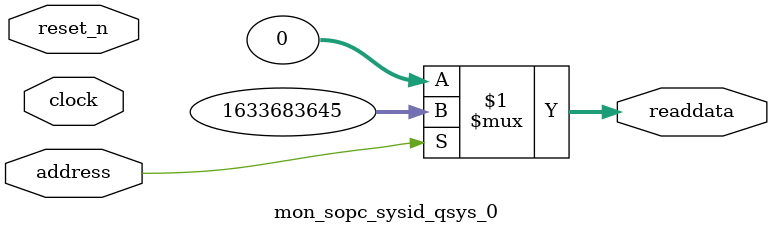
<source format=v>



// synthesis translate_off
`timescale 1ns / 1ps
// synthesis translate_on

// turn off superfluous verilog processor warnings 
// altera message_level Level1 
// altera message_off 10034 10035 10036 10037 10230 10240 10030 

module mon_sopc_sysid_qsys_0 (
               // inputs:
                address,
                clock,
                reset_n,

               // outputs:
                readdata
             )
;

  output  [ 31: 0] readdata;
  input            address;
  input            clock;
  input            reset_n;

  wire    [ 31: 0] readdata;
  //control_slave, which is an e_avalon_slave
  assign readdata = address ? 1633683645 : 0;

endmodule



</source>
